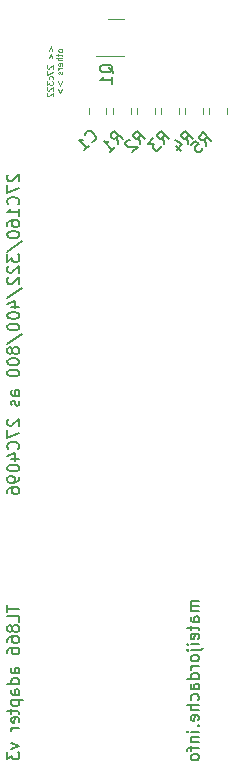
<source format=gbr>
%TF.GenerationSoftware,KiCad,Pcbnew,(6.0.7-1)-1*%
%TF.CreationDate,2022-09-30T17:05:21-04:00*%
%TF.ProjectId,tl866_27c322_adapter,746c3836-365f-4323-9763-3332325f6164,rev?*%
%TF.SameCoordinates,Original*%
%TF.FileFunction,Legend,Bot*%
%TF.FilePolarity,Positive*%
%FSLAX46Y46*%
G04 Gerber Fmt 4.6, Leading zero omitted, Abs format (unit mm)*
G04 Created by KiCad (PCBNEW (6.0.7-1)-1) date 2022-09-30 17:05:21*
%MOMM*%
%LPD*%
G01*
G04 APERTURE LIST*
%ADD10C,0.200000*%
%ADD11C,0.100000*%
%ADD12C,0.150000*%
%ADD13C,0.120000*%
G04 APERTURE END LIST*
D10*
X146222980Y-102272895D02*
X145556314Y-102272895D01*
X145651552Y-102272895D02*
X145603933Y-102320514D01*
X145556314Y-102415752D01*
X145556314Y-102558609D01*
X145603933Y-102653847D01*
X145699171Y-102701466D01*
X146222980Y-102701466D01*
X145699171Y-102701466D02*
X145603933Y-102749085D01*
X145556314Y-102844323D01*
X145556314Y-102987180D01*
X145603933Y-103082419D01*
X145699171Y-103130038D01*
X146222980Y-103130038D01*
X146222980Y-104034800D02*
X145699171Y-104034800D01*
X145603933Y-103987180D01*
X145556314Y-103891942D01*
X145556314Y-103701466D01*
X145603933Y-103606228D01*
X146175361Y-104034800D02*
X146222980Y-103939561D01*
X146222980Y-103701466D01*
X146175361Y-103606228D01*
X146080123Y-103558609D01*
X145984885Y-103558609D01*
X145889647Y-103606228D01*
X145842028Y-103701466D01*
X145842028Y-103939561D01*
X145794409Y-104034800D01*
X145556314Y-104368133D02*
X145556314Y-104749085D01*
X145222980Y-104510990D02*
X146080123Y-104510990D01*
X146175361Y-104558609D01*
X146222980Y-104653847D01*
X146222980Y-104749085D01*
X146175361Y-105463371D02*
X146222980Y-105368133D01*
X146222980Y-105177657D01*
X146175361Y-105082419D01*
X146080123Y-105034800D01*
X145699171Y-105034800D01*
X145603933Y-105082419D01*
X145556314Y-105177657D01*
X145556314Y-105368133D01*
X145603933Y-105463371D01*
X145699171Y-105510990D01*
X145794409Y-105510990D01*
X145889647Y-105034800D01*
X146222980Y-105939561D02*
X145556314Y-105939561D01*
X145222980Y-105939561D02*
X145270600Y-105891942D01*
X145318219Y-105939561D01*
X145270600Y-105987180D01*
X145222980Y-105939561D01*
X145318219Y-105939561D01*
X145556314Y-106415752D02*
X146413457Y-106415752D01*
X146508695Y-106368133D01*
X146556314Y-106272895D01*
X146556314Y-106225276D01*
X145222980Y-106415752D02*
X145270600Y-106368133D01*
X145318219Y-106415752D01*
X145270600Y-106463371D01*
X145222980Y-106415752D01*
X145318219Y-106415752D01*
X146222980Y-107034800D02*
X146175361Y-106939561D01*
X146127742Y-106891942D01*
X146032504Y-106844323D01*
X145746790Y-106844323D01*
X145651552Y-106891942D01*
X145603933Y-106939561D01*
X145556314Y-107034800D01*
X145556314Y-107177657D01*
X145603933Y-107272895D01*
X145651552Y-107320514D01*
X145746790Y-107368133D01*
X146032504Y-107368133D01*
X146127742Y-107320514D01*
X146175361Y-107272895D01*
X146222980Y-107177657D01*
X146222980Y-107034800D01*
X146222980Y-107796704D02*
X145556314Y-107796704D01*
X145746790Y-107796704D02*
X145651552Y-107844323D01*
X145603933Y-107891942D01*
X145556314Y-107987180D01*
X145556314Y-108082419D01*
X146222980Y-108844323D02*
X145222980Y-108844323D01*
X146175361Y-108844323D02*
X146222980Y-108749085D01*
X146222980Y-108558609D01*
X146175361Y-108463371D01*
X146127742Y-108415752D01*
X146032504Y-108368133D01*
X145746790Y-108368133D01*
X145651552Y-108415752D01*
X145603933Y-108463371D01*
X145556314Y-108558609D01*
X145556314Y-108749085D01*
X145603933Y-108844323D01*
X146222980Y-109749085D02*
X145699171Y-109749085D01*
X145603933Y-109701466D01*
X145556314Y-109606228D01*
X145556314Y-109415752D01*
X145603933Y-109320514D01*
X146175361Y-109749085D02*
X146222980Y-109653847D01*
X146222980Y-109415752D01*
X146175361Y-109320514D01*
X146080123Y-109272895D01*
X145984885Y-109272895D01*
X145889647Y-109320514D01*
X145842028Y-109415752D01*
X145842028Y-109653847D01*
X145794409Y-109749085D01*
X146175361Y-110653847D02*
X146222980Y-110558609D01*
X146222980Y-110368133D01*
X146175361Y-110272895D01*
X146127742Y-110225276D01*
X146032504Y-110177657D01*
X145746790Y-110177657D01*
X145651552Y-110225276D01*
X145603933Y-110272895D01*
X145556314Y-110368133D01*
X145556314Y-110558609D01*
X145603933Y-110653847D01*
X146222980Y-111082419D02*
X145222980Y-111082419D01*
X146222980Y-111510990D02*
X145699171Y-111510990D01*
X145603933Y-111463371D01*
X145556314Y-111368133D01*
X145556314Y-111225276D01*
X145603933Y-111130038D01*
X145651552Y-111082419D01*
X146175361Y-112368133D02*
X146222980Y-112272895D01*
X146222980Y-112082419D01*
X146175361Y-111987180D01*
X146080123Y-111939561D01*
X145699171Y-111939561D01*
X145603933Y-111987180D01*
X145556314Y-112082419D01*
X145556314Y-112272895D01*
X145603933Y-112368133D01*
X145699171Y-112415752D01*
X145794409Y-112415752D01*
X145889647Y-111939561D01*
X146127742Y-112844323D02*
X146175361Y-112891942D01*
X146222980Y-112844323D01*
X146175361Y-112796704D01*
X146127742Y-112844323D01*
X146222980Y-112844323D01*
X146222980Y-113320514D02*
X145556314Y-113320514D01*
X145222980Y-113320514D02*
X145270600Y-113272895D01*
X145318219Y-113320514D01*
X145270600Y-113368133D01*
X145222980Y-113320514D01*
X145318219Y-113320514D01*
X145556314Y-113796704D02*
X146222980Y-113796704D01*
X145651552Y-113796704D02*
X145603933Y-113844323D01*
X145556314Y-113939561D01*
X145556314Y-114082419D01*
X145603933Y-114177657D01*
X145699171Y-114225276D01*
X146222980Y-114225276D01*
X145556314Y-114558609D02*
X145556314Y-114939561D01*
X146222980Y-114701466D02*
X145365838Y-114701466D01*
X145270600Y-114749085D01*
X145222980Y-114844323D01*
X145222980Y-114939561D01*
X146222980Y-115415752D02*
X146175361Y-115320514D01*
X146127742Y-115272895D01*
X146032504Y-115225276D01*
X145746790Y-115225276D01*
X145651552Y-115272895D01*
X145603933Y-115320514D01*
X145556314Y-115415752D01*
X145556314Y-115558609D01*
X145603933Y-115653847D01*
X145651552Y-115701466D01*
X145746790Y-115749085D01*
X146032504Y-115749085D01*
X146127742Y-115701466D01*
X146175361Y-115653847D01*
X146222980Y-115558609D01*
X146222980Y-115415752D01*
X130103619Y-66157276D02*
X130056000Y-66204895D01*
X130008380Y-66300133D01*
X130008380Y-66538228D01*
X130056000Y-66633466D01*
X130103619Y-66681085D01*
X130198857Y-66728704D01*
X130294095Y-66728704D01*
X130436952Y-66681085D01*
X131008380Y-66109657D01*
X131008380Y-66728704D01*
X130008380Y-67062038D02*
X130008380Y-67728704D01*
X131008380Y-67300133D01*
X130913142Y-68681085D02*
X130960761Y-68633466D01*
X131008380Y-68490609D01*
X131008380Y-68395371D01*
X130960761Y-68252514D01*
X130865523Y-68157276D01*
X130770285Y-68109657D01*
X130579809Y-68062038D01*
X130436952Y-68062038D01*
X130246476Y-68109657D01*
X130151238Y-68157276D01*
X130056000Y-68252514D01*
X130008380Y-68395371D01*
X130008380Y-68490609D01*
X130056000Y-68633466D01*
X130103619Y-68681085D01*
X131008380Y-69633466D02*
X131008380Y-69062038D01*
X131008380Y-69347752D02*
X130008380Y-69347752D01*
X130151238Y-69252514D01*
X130246476Y-69157276D01*
X130294095Y-69062038D01*
X130008380Y-70490609D02*
X130008380Y-70300133D01*
X130056000Y-70204895D01*
X130103619Y-70157276D01*
X130246476Y-70062038D01*
X130436952Y-70014419D01*
X130817904Y-70014419D01*
X130913142Y-70062038D01*
X130960761Y-70109657D01*
X131008380Y-70204895D01*
X131008380Y-70395371D01*
X130960761Y-70490609D01*
X130913142Y-70538228D01*
X130817904Y-70585847D01*
X130579809Y-70585847D01*
X130484571Y-70538228D01*
X130436952Y-70490609D01*
X130389333Y-70395371D01*
X130389333Y-70204895D01*
X130436952Y-70109657D01*
X130484571Y-70062038D01*
X130579809Y-70014419D01*
X130008380Y-71204895D02*
X130008380Y-71300133D01*
X130056000Y-71395371D01*
X130103619Y-71442990D01*
X130198857Y-71490609D01*
X130389333Y-71538228D01*
X130627428Y-71538228D01*
X130817904Y-71490609D01*
X130913142Y-71442990D01*
X130960761Y-71395371D01*
X131008380Y-71300133D01*
X131008380Y-71204895D01*
X130960761Y-71109657D01*
X130913142Y-71062038D01*
X130817904Y-71014419D01*
X130627428Y-70966800D01*
X130389333Y-70966800D01*
X130198857Y-71014419D01*
X130103619Y-71062038D01*
X130056000Y-71109657D01*
X130008380Y-71204895D01*
X129960761Y-72681085D02*
X131246476Y-71823942D01*
X130008380Y-72919180D02*
X130008380Y-73538228D01*
X130389333Y-73204895D01*
X130389333Y-73347752D01*
X130436952Y-73442990D01*
X130484571Y-73490609D01*
X130579809Y-73538228D01*
X130817904Y-73538228D01*
X130913142Y-73490609D01*
X130960761Y-73442990D01*
X131008380Y-73347752D01*
X131008380Y-73062038D01*
X130960761Y-72966800D01*
X130913142Y-72919180D01*
X130103619Y-73919180D02*
X130056000Y-73966800D01*
X130008380Y-74062038D01*
X130008380Y-74300133D01*
X130056000Y-74395371D01*
X130103619Y-74442990D01*
X130198857Y-74490609D01*
X130294095Y-74490609D01*
X130436952Y-74442990D01*
X131008380Y-73871561D01*
X131008380Y-74490609D01*
X130103619Y-74871561D02*
X130056000Y-74919180D01*
X130008380Y-75014419D01*
X130008380Y-75252514D01*
X130056000Y-75347752D01*
X130103619Y-75395371D01*
X130198857Y-75442990D01*
X130294095Y-75442990D01*
X130436952Y-75395371D01*
X131008380Y-74823942D01*
X131008380Y-75442990D01*
X129960761Y-76585847D02*
X131246476Y-75728704D01*
X130341714Y-77347752D02*
X131008380Y-77347752D01*
X129960761Y-77109657D02*
X130675047Y-76871561D01*
X130675047Y-77490609D01*
X130008380Y-78062038D02*
X130008380Y-78157276D01*
X130056000Y-78252514D01*
X130103619Y-78300133D01*
X130198857Y-78347752D01*
X130389333Y-78395371D01*
X130627428Y-78395371D01*
X130817904Y-78347752D01*
X130913142Y-78300133D01*
X130960761Y-78252514D01*
X131008380Y-78157276D01*
X131008380Y-78062038D01*
X130960761Y-77966800D01*
X130913142Y-77919180D01*
X130817904Y-77871561D01*
X130627428Y-77823942D01*
X130389333Y-77823942D01*
X130198857Y-77871561D01*
X130103619Y-77919180D01*
X130056000Y-77966800D01*
X130008380Y-78062038D01*
X130008380Y-79014419D02*
X130008380Y-79109657D01*
X130056000Y-79204895D01*
X130103619Y-79252514D01*
X130198857Y-79300133D01*
X130389333Y-79347752D01*
X130627428Y-79347752D01*
X130817904Y-79300133D01*
X130913142Y-79252514D01*
X130960761Y-79204895D01*
X131008380Y-79109657D01*
X131008380Y-79014419D01*
X130960761Y-78919180D01*
X130913142Y-78871561D01*
X130817904Y-78823942D01*
X130627428Y-78776323D01*
X130389333Y-78776323D01*
X130198857Y-78823942D01*
X130103619Y-78871561D01*
X130056000Y-78919180D01*
X130008380Y-79014419D01*
X129960761Y-80490609D02*
X131246476Y-79633466D01*
X130436952Y-80966800D02*
X130389333Y-80871561D01*
X130341714Y-80823942D01*
X130246476Y-80776323D01*
X130198857Y-80776323D01*
X130103619Y-80823942D01*
X130056000Y-80871561D01*
X130008380Y-80966800D01*
X130008380Y-81157276D01*
X130056000Y-81252514D01*
X130103619Y-81300133D01*
X130198857Y-81347752D01*
X130246476Y-81347752D01*
X130341714Y-81300133D01*
X130389333Y-81252514D01*
X130436952Y-81157276D01*
X130436952Y-80966800D01*
X130484571Y-80871561D01*
X130532190Y-80823942D01*
X130627428Y-80776323D01*
X130817904Y-80776323D01*
X130913142Y-80823942D01*
X130960761Y-80871561D01*
X131008380Y-80966800D01*
X131008380Y-81157276D01*
X130960761Y-81252514D01*
X130913142Y-81300133D01*
X130817904Y-81347752D01*
X130627428Y-81347752D01*
X130532190Y-81300133D01*
X130484571Y-81252514D01*
X130436952Y-81157276D01*
X130008380Y-81966800D02*
X130008380Y-82062038D01*
X130056000Y-82157276D01*
X130103619Y-82204895D01*
X130198857Y-82252514D01*
X130389333Y-82300133D01*
X130627428Y-82300133D01*
X130817904Y-82252514D01*
X130913142Y-82204895D01*
X130960761Y-82157276D01*
X131008380Y-82062038D01*
X131008380Y-81966800D01*
X130960761Y-81871561D01*
X130913142Y-81823942D01*
X130817904Y-81776323D01*
X130627428Y-81728704D01*
X130389333Y-81728704D01*
X130198857Y-81776323D01*
X130103619Y-81823942D01*
X130056000Y-81871561D01*
X130008380Y-81966800D01*
X130008380Y-82919180D02*
X130008380Y-83014419D01*
X130056000Y-83109657D01*
X130103619Y-83157276D01*
X130198857Y-83204895D01*
X130389333Y-83252514D01*
X130627428Y-83252514D01*
X130817904Y-83204895D01*
X130913142Y-83157276D01*
X130960761Y-83109657D01*
X131008380Y-83014419D01*
X131008380Y-82919180D01*
X130960761Y-82823942D01*
X130913142Y-82776323D01*
X130817904Y-82728704D01*
X130627428Y-82681085D01*
X130389333Y-82681085D01*
X130198857Y-82728704D01*
X130103619Y-82776323D01*
X130056000Y-82823942D01*
X130008380Y-82919180D01*
X131008380Y-84871561D02*
X130484571Y-84871561D01*
X130389333Y-84823942D01*
X130341714Y-84728704D01*
X130341714Y-84538228D01*
X130389333Y-84442990D01*
X130960761Y-84871561D02*
X131008380Y-84776323D01*
X131008380Y-84538228D01*
X130960761Y-84442990D01*
X130865523Y-84395371D01*
X130770285Y-84395371D01*
X130675047Y-84442990D01*
X130627428Y-84538228D01*
X130627428Y-84776323D01*
X130579809Y-84871561D01*
X130960761Y-85300133D02*
X131008380Y-85395371D01*
X131008380Y-85585847D01*
X130960761Y-85681085D01*
X130865523Y-85728704D01*
X130817904Y-85728704D01*
X130722666Y-85681085D01*
X130675047Y-85585847D01*
X130675047Y-85442990D01*
X130627428Y-85347752D01*
X130532190Y-85300133D01*
X130484571Y-85300133D01*
X130389333Y-85347752D01*
X130341714Y-85442990D01*
X130341714Y-85585847D01*
X130389333Y-85681085D01*
X130103619Y-86871561D02*
X130056000Y-86919180D01*
X130008380Y-87014419D01*
X130008380Y-87252514D01*
X130056000Y-87347752D01*
X130103619Y-87395371D01*
X130198857Y-87442990D01*
X130294095Y-87442990D01*
X130436952Y-87395371D01*
X131008380Y-86823942D01*
X131008380Y-87442990D01*
X130008380Y-87776323D02*
X130008380Y-88442990D01*
X131008380Y-88014419D01*
X130913142Y-89395371D02*
X130960761Y-89347752D01*
X131008380Y-89204895D01*
X131008380Y-89109657D01*
X130960761Y-88966800D01*
X130865523Y-88871561D01*
X130770285Y-88823942D01*
X130579809Y-88776323D01*
X130436952Y-88776323D01*
X130246476Y-88823942D01*
X130151238Y-88871561D01*
X130056000Y-88966800D01*
X130008380Y-89109657D01*
X130008380Y-89204895D01*
X130056000Y-89347752D01*
X130103619Y-89395371D01*
X130341714Y-90252514D02*
X131008380Y-90252514D01*
X129960761Y-90014419D02*
X130675047Y-89776323D01*
X130675047Y-90395371D01*
X130008380Y-90966800D02*
X130008380Y-91062038D01*
X130056000Y-91157276D01*
X130103619Y-91204895D01*
X130198857Y-91252514D01*
X130389333Y-91300133D01*
X130627428Y-91300133D01*
X130817904Y-91252514D01*
X130913142Y-91204895D01*
X130960761Y-91157276D01*
X131008380Y-91062038D01*
X131008380Y-90966800D01*
X130960761Y-90871561D01*
X130913142Y-90823942D01*
X130817904Y-90776323D01*
X130627428Y-90728704D01*
X130389333Y-90728704D01*
X130198857Y-90776323D01*
X130103619Y-90823942D01*
X130056000Y-90871561D01*
X130008380Y-90966800D01*
X131008380Y-91776323D02*
X131008380Y-91966800D01*
X130960761Y-92062038D01*
X130913142Y-92109657D01*
X130770285Y-92204895D01*
X130579809Y-92252514D01*
X130198857Y-92252514D01*
X130103619Y-92204895D01*
X130056000Y-92157276D01*
X130008380Y-92062038D01*
X130008380Y-91871561D01*
X130056000Y-91776323D01*
X130103619Y-91728704D01*
X130198857Y-91681085D01*
X130436952Y-91681085D01*
X130532190Y-91728704D01*
X130579809Y-91776323D01*
X130627428Y-91871561D01*
X130627428Y-92062038D01*
X130579809Y-92157276D01*
X130532190Y-92204895D01*
X130436952Y-92252514D01*
X130008380Y-93109657D02*
X130008380Y-92919180D01*
X130056000Y-92823942D01*
X130103619Y-92776323D01*
X130246476Y-92681085D01*
X130436952Y-92633466D01*
X130817904Y-92633466D01*
X130913142Y-92681085D01*
X130960761Y-92728704D01*
X131008380Y-92823942D01*
X131008380Y-93014419D01*
X130960761Y-93109657D01*
X130913142Y-93157276D01*
X130817904Y-93204895D01*
X130579809Y-93204895D01*
X130484571Y-93157276D01*
X130436952Y-93109657D01*
X130389333Y-93014419D01*
X130389333Y-92823942D01*
X130436952Y-92728704D01*
X130484571Y-92681085D01*
X130579809Y-92633466D01*
X130008380Y-102633466D02*
X130008380Y-103204895D01*
X131008380Y-102919180D02*
X130008380Y-102919180D01*
X131008380Y-104014419D02*
X131008380Y-103538228D01*
X130008380Y-103538228D01*
X130436952Y-104490609D02*
X130389333Y-104395371D01*
X130341714Y-104347752D01*
X130246476Y-104300133D01*
X130198857Y-104300133D01*
X130103619Y-104347752D01*
X130056000Y-104395371D01*
X130008380Y-104490609D01*
X130008380Y-104681085D01*
X130056000Y-104776323D01*
X130103619Y-104823942D01*
X130198857Y-104871561D01*
X130246476Y-104871561D01*
X130341714Y-104823942D01*
X130389333Y-104776323D01*
X130436952Y-104681085D01*
X130436952Y-104490609D01*
X130484571Y-104395371D01*
X130532190Y-104347752D01*
X130627428Y-104300133D01*
X130817904Y-104300133D01*
X130913142Y-104347752D01*
X130960761Y-104395371D01*
X131008380Y-104490609D01*
X131008380Y-104681085D01*
X130960761Y-104776323D01*
X130913142Y-104823942D01*
X130817904Y-104871561D01*
X130627428Y-104871561D01*
X130532190Y-104823942D01*
X130484571Y-104776323D01*
X130436952Y-104681085D01*
X130008380Y-105728704D02*
X130008380Y-105538228D01*
X130056000Y-105442990D01*
X130103619Y-105395371D01*
X130246476Y-105300133D01*
X130436952Y-105252514D01*
X130817904Y-105252514D01*
X130913142Y-105300133D01*
X130960761Y-105347752D01*
X131008380Y-105442990D01*
X131008380Y-105633466D01*
X130960761Y-105728704D01*
X130913142Y-105776323D01*
X130817904Y-105823942D01*
X130579809Y-105823942D01*
X130484571Y-105776323D01*
X130436952Y-105728704D01*
X130389333Y-105633466D01*
X130389333Y-105442990D01*
X130436952Y-105347752D01*
X130484571Y-105300133D01*
X130579809Y-105252514D01*
X130008380Y-106681085D02*
X130008380Y-106490609D01*
X130056000Y-106395371D01*
X130103619Y-106347752D01*
X130246476Y-106252514D01*
X130436952Y-106204895D01*
X130817904Y-106204895D01*
X130913142Y-106252514D01*
X130960761Y-106300133D01*
X131008380Y-106395371D01*
X131008380Y-106585847D01*
X130960761Y-106681085D01*
X130913142Y-106728704D01*
X130817904Y-106776323D01*
X130579809Y-106776323D01*
X130484571Y-106728704D01*
X130436952Y-106681085D01*
X130389333Y-106585847D01*
X130389333Y-106395371D01*
X130436952Y-106300133D01*
X130484571Y-106252514D01*
X130579809Y-106204895D01*
X131008380Y-108395371D02*
X130484571Y-108395371D01*
X130389333Y-108347752D01*
X130341714Y-108252514D01*
X130341714Y-108062038D01*
X130389333Y-107966800D01*
X130960761Y-108395371D02*
X131008380Y-108300133D01*
X131008380Y-108062038D01*
X130960761Y-107966800D01*
X130865523Y-107919180D01*
X130770285Y-107919180D01*
X130675047Y-107966800D01*
X130627428Y-108062038D01*
X130627428Y-108300133D01*
X130579809Y-108395371D01*
X131008380Y-109300133D02*
X130008380Y-109300133D01*
X130960761Y-109300133D02*
X131008380Y-109204895D01*
X131008380Y-109014419D01*
X130960761Y-108919180D01*
X130913142Y-108871561D01*
X130817904Y-108823942D01*
X130532190Y-108823942D01*
X130436952Y-108871561D01*
X130389333Y-108919180D01*
X130341714Y-109014419D01*
X130341714Y-109204895D01*
X130389333Y-109300133D01*
X131008380Y-110204895D02*
X130484571Y-110204895D01*
X130389333Y-110157276D01*
X130341714Y-110062038D01*
X130341714Y-109871561D01*
X130389333Y-109776323D01*
X130960761Y-110204895D02*
X131008380Y-110109657D01*
X131008380Y-109871561D01*
X130960761Y-109776323D01*
X130865523Y-109728704D01*
X130770285Y-109728704D01*
X130675047Y-109776323D01*
X130627428Y-109871561D01*
X130627428Y-110109657D01*
X130579809Y-110204895D01*
X130341714Y-110681085D02*
X131341714Y-110681085D01*
X130389333Y-110681085D02*
X130341714Y-110776323D01*
X130341714Y-110966800D01*
X130389333Y-111062038D01*
X130436952Y-111109657D01*
X130532190Y-111157276D01*
X130817904Y-111157276D01*
X130913142Y-111109657D01*
X130960761Y-111062038D01*
X131008380Y-110966800D01*
X131008380Y-110776323D01*
X130960761Y-110681085D01*
X130341714Y-111442990D02*
X130341714Y-111823942D01*
X130008380Y-111585847D02*
X130865523Y-111585847D01*
X130960761Y-111633466D01*
X131008380Y-111728704D01*
X131008380Y-111823942D01*
X130960761Y-112538228D02*
X131008380Y-112442990D01*
X131008380Y-112252514D01*
X130960761Y-112157276D01*
X130865523Y-112109657D01*
X130484571Y-112109657D01*
X130389333Y-112157276D01*
X130341714Y-112252514D01*
X130341714Y-112442990D01*
X130389333Y-112538228D01*
X130484571Y-112585847D01*
X130579809Y-112585847D01*
X130675047Y-112109657D01*
X131008380Y-113014419D02*
X130341714Y-113014419D01*
X130532190Y-113014419D02*
X130436952Y-113062038D01*
X130389333Y-113109657D01*
X130341714Y-113204895D01*
X130341714Y-113300133D01*
X130341714Y-114300133D02*
X131008380Y-114538228D01*
X130341714Y-114776323D01*
X130008380Y-115062038D02*
X130008380Y-115681085D01*
X130389333Y-115347752D01*
X130389333Y-115490609D01*
X130436952Y-115585847D01*
X130484571Y-115633466D01*
X130579809Y-115681085D01*
X130817904Y-115681085D01*
X130913142Y-115633466D01*
X130960761Y-115585847D01*
X131008380Y-115490609D01*
X131008380Y-115204895D01*
X130960761Y-115109657D01*
X130913142Y-115062038D01*
D11*
X133526157Y-55689714D02*
X133669014Y-55308761D01*
X133811871Y-55689714D01*
X133526157Y-56308761D02*
X133669014Y-55927809D01*
X133811871Y-56308761D01*
X133407109Y-56904000D02*
X133383300Y-56927809D01*
X133359490Y-56975428D01*
X133359490Y-57094476D01*
X133383300Y-57142095D01*
X133407109Y-57165904D01*
X133454728Y-57189714D01*
X133502347Y-57189714D01*
X133573776Y-57165904D01*
X133859490Y-56880190D01*
X133859490Y-57189714D01*
X133359490Y-57356380D02*
X133359490Y-57689714D01*
X133859490Y-57475428D01*
X133835680Y-58094476D02*
X133859490Y-58046857D01*
X133859490Y-57951619D01*
X133835680Y-57904000D01*
X133811871Y-57880190D01*
X133764252Y-57856380D01*
X133621395Y-57856380D01*
X133573776Y-57880190D01*
X133549966Y-57904000D01*
X133526157Y-57951619D01*
X133526157Y-58046857D01*
X133549966Y-58094476D01*
X133359490Y-58261142D02*
X133359490Y-58570666D01*
X133549966Y-58404000D01*
X133549966Y-58475428D01*
X133573776Y-58523047D01*
X133597585Y-58546857D01*
X133645204Y-58570666D01*
X133764252Y-58570666D01*
X133811871Y-58546857D01*
X133835680Y-58523047D01*
X133859490Y-58475428D01*
X133859490Y-58332571D01*
X133835680Y-58284952D01*
X133811871Y-58261142D01*
X133407109Y-58761142D02*
X133383300Y-58784952D01*
X133359490Y-58832571D01*
X133359490Y-58951619D01*
X133383300Y-58999238D01*
X133407109Y-59023047D01*
X133454728Y-59046857D01*
X133502347Y-59046857D01*
X133573776Y-59023047D01*
X133859490Y-58737333D01*
X133859490Y-59046857D01*
X133407109Y-59237333D02*
X133383300Y-59261142D01*
X133359490Y-59308761D01*
X133359490Y-59427809D01*
X133383300Y-59475428D01*
X133407109Y-59499238D01*
X133454728Y-59523047D01*
X133502347Y-59523047D01*
X133573776Y-59499238D01*
X133859490Y-59213523D01*
X133859490Y-59523047D01*
X134664490Y-55618285D02*
X134640680Y-55570666D01*
X134616871Y-55546857D01*
X134569252Y-55523047D01*
X134426395Y-55523047D01*
X134378776Y-55546857D01*
X134354966Y-55570666D01*
X134331157Y-55618285D01*
X134331157Y-55689714D01*
X134354966Y-55737333D01*
X134378776Y-55761142D01*
X134426395Y-55784952D01*
X134569252Y-55784952D01*
X134616871Y-55761142D01*
X134640680Y-55737333D01*
X134664490Y-55689714D01*
X134664490Y-55618285D01*
X134331157Y-55927809D02*
X134331157Y-56118285D01*
X134164490Y-55999238D02*
X134593061Y-55999238D01*
X134640680Y-56023047D01*
X134664490Y-56070666D01*
X134664490Y-56118285D01*
X134664490Y-56284952D02*
X134164490Y-56284952D01*
X134664490Y-56499238D02*
X134402585Y-56499238D01*
X134354966Y-56475428D01*
X134331157Y-56427809D01*
X134331157Y-56356380D01*
X134354966Y-56308761D01*
X134378776Y-56284952D01*
X134640680Y-56927809D02*
X134664490Y-56880190D01*
X134664490Y-56784952D01*
X134640680Y-56737333D01*
X134593061Y-56713523D01*
X134402585Y-56713523D01*
X134354966Y-56737333D01*
X134331157Y-56784952D01*
X134331157Y-56880190D01*
X134354966Y-56927809D01*
X134402585Y-56951619D01*
X134450204Y-56951619D01*
X134497823Y-56713523D01*
X134664490Y-57165904D02*
X134331157Y-57165904D01*
X134426395Y-57165904D02*
X134378776Y-57189714D01*
X134354966Y-57213523D01*
X134331157Y-57261142D01*
X134331157Y-57308761D01*
X134640680Y-57451619D02*
X134664490Y-57499238D01*
X134664490Y-57594476D01*
X134640680Y-57642095D01*
X134593061Y-57665904D01*
X134569252Y-57665904D01*
X134521633Y-57642095D01*
X134497823Y-57594476D01*
X134497823Y-57523047D01*
X134474014Y-57475428D01*
X134426395Y-57451619D01*
X134402585Y-57451619D01*
X134354966Y-57475428D01*
X134331157Y-57523047D01*
X134331157Y-57594476D01*
X134354966Y-57642095D01*
X134331157Y-58261142D02*
X134474014Y-58642095D01*
X134616871Y-58261142D01*
X134331157Y-58880190D02*
X134474014Y-59261142D01*
X134616871Y-58880190D01*
D12*
%TO.C,R4*%
X145344732Y-63575030D02*
X145243717Y-63002610D01*
X145748793Y-63170969D02*
X145041687Y-62463862D01*
X144772312Y-62733236D01*
X144738641Y-62834251D01*
X144738641Y-62901595D01*
X144772312Y-63002610D01*
X144873328Y-63103625D01*
X144974343Y-63137297D01*
X145041687Y-63137297D01*
X145142702Y-63103625D01*
X145412076Y-62834251D01*
X144267236Y-63709717D02*
X144738641Y-64181122D01*
X144166221Y-63271984D02*
X144839656Y-63608702D01*
X144401923Y-64046435D01*
%TO.C,R5*%
X146868732Y-63702030D02*
X146767717Y-63129610D01*
X147272793Y-63297969D02*
X146565687Y-62590862D01*
X146296312Y-62860236D01*
X146262641Y-62961251D01*
X146262641Y-63028595D01*
X146296312Y-63129610D01*
X146397328Y-63230625D01*
X146498343Y-63264297D01*
X146565687Y-63264297D01*
X146666702Y-63230625D01*
X146936076Y-62961251D01*
X145521862Y-63634687D02*
X145858580Y-63297969D01*
X146228969Y-63601015D01*
X146161625Y-63601015D01*
X146060610Y-63634687D01*
X145892251Y-63803045D01*
X145858580Y-63904061D01*
X145858580Y-63971404D01*
X145892251Y-64072419D01*
X146060610Y-64240778D01*
X146161625Y-64274450D01*
X146228969Y-64274450D01*
X146329984Y-64240778D01*
X146498343Y-64072419D01*
X146532015Y-63971404D01*
X146532015Y-63904061D01*
%TO.C,R1*%
X139375732Y-63575030D02*
X139274717Y-63002610D01*
X139779793Y-63170969D02*
X139072687Y-62463862D01*
X138803312Y-62733236D01*
X138769641Y-62834251D01*
X138769641Y-62901595D01*
X138803312Y-63002610D01*
X138904328Y-63103625D01*
X139005343Y-63137297D01*
X139072687Y-63137297D01*
X139173702Y-63103625D01*
X139443076Y-62834251D01*
X138702297Y-64248465D02*
X139106358Y-63844404D01*
X138904328Y-64046435D02*
X138197221Y-63339328D01*
X138365580Y-63373000D01*
X138500267Y-63373000D01*
X138601282Y-63339328D01*
%TO.C,R2*%
X141280732Y-63575030D02*
X141179717Y-63002610D01*
X141684793Y-63170969D02*
X140977687Y-62463862D01*
X140708312Y-62733236D01*
X140674641Y-62834251D01*
X140674641Y-62901595D01*
X140708312Y-63002610D01*
X140809328Y-63103625D01*
X140910343Y-63137297D01*
X140977687Y-63137297D01*
X141078702Y-63103625D01*
X141348076Y-62834251D01*
X140371595Y-63204641D02*
X140304251Y-63204641D01*
X140203236Y-63238312D01*
X140034877Y-63406671D01*
X140001206Y-63507687D01*
X140001206Y-63575030D01*
X140034877Y-63676045D01*
X140102221Y-63743389D01*
X140236908Y-63810732D01*
X141045030Y-63810732D01*
X140607297Y-64248465D01*
%TO.C,R3*%
X143312732Y-63575030D02*
X143211717Y-63002610D01*
X143716793Y-63170969D02*
X143009687Y-62463862D01*
X142740312Y-62733236D01*
X142706641Y-62834251D01*
X142706641Y-62901595D01*
X142740312Y-63002610D01*
X142841328Y-63103625D01*
X142942343Y-63137297D01*
X143009687Y-63137297D01*
X143110702Y-63103625D01*
X143380076Y-62834251D01*
X142369923Y-63103625D02*
X141932190Y-63541358D01*
X142437267Y-63575030D01*
X142336251Y-63676045D01*
X142302580Y-63777061D01*
X142302580Y-63844404D01*
X142336251Y-63945419D01*
X142504610Y-64113778D01*
X142605625Y-64147450D01*
X142672969Y-64147450D01*
X142773984Y-64113778D01*
X142976015Y-63911748D01*
X143009687Y-63810732D01*
X143009687Y-63743389D01*
%TO.C,Q1*%
X138977619Y-57562761D02*
X138930000Y-57467523D01*
X138834761Y-57372285D01*
X138691904Y-57229428D01*
X138644285Y-57134190D01*
X138644285Y-57038952D01*
X138882380Y-57086571D02*
X138834761Y-56991333D01*
X138739523Y-56896095D01*
X138549047Y-56848476D01*
X138215714Y-56848476D01*
X138025238Y-56896095D01*
X137930000Y-56991333D01*
X137882380Y-57086571D01*
X137882380Y-57277047D01*
X137930000Y-57372285D01*
X138025238Y-57467523D01*
X138215714Y-57515142D01*
X138549047Y-57515142D01*
X138739523Y-57467523D01*
X138834761Y-57372285D01*
X138882380Y-57277047D01*
X138882380Y-57086571D01*
X138882380Y-58467523D02*
X138882380Y-57896095D01*
X138882380Y-58181809D02*
X137882380Y-58181809D01*
X138025238Y-58086571D01*
X138120476Y-57991333D01*
X138168095Y-57896095D01*
%TO.C,C1*%
X137149389Y-63380687D02*
X137216732Y-63380687D01*
X137351419Y-63313343D01*
X137418763Y-63246000D01*
X137486106Y-63111312D01*
X137486106Y-62976625D01*
X137452435Y-62875610D01*
X137351419Y-62707251D01*
X137250404Y-62606236D01*
X137082045Y-62505221D01*
X136981030Y-62471549D01*
X136846343Y-62471549D01*
X136711656Y-62538893D01*
X136644312Y-62606236D01*
X136576969Y-62740923D01*
X136576969Y-62808267D01*
X136543297Y-64121465D02*
X136947358Y-63717404D01*
X136745328Y-63919435D02*
X136038221Y-63212328D01*
X136206580Y-63246000D01*
X136341267Y-63246000D01*
X136442282Y-63212328D01*
D13*
%TO.C,R4*%
X146556400Y-61009264D02*
X146556400Y-60555136D01*
X145086400Y-61009264D02*
X145086400Y-60555136D01*
%TO.C,R5*%
X147118400Y-61009264D02*
X147118400Y-60555136D01*
X148588400Y-61009264D02*
X148588400Y-60555136D01*
%TO.C,R1*%
X140460400Y-60555136D02*
X140460400Y-61009264D01*
X138990400Y-60555136D02*
X138990400Y-61009264D01*
%TO.C,R2*%
X141022400Y-61009264D02*
X141022400Y-60555136D01*
X142492400Y-61009264D02*
X142492400Y-60555136D01*
%TO.C,R3*%
X143054400Y-61009264D02*
X143054400Y-60555136D01*
X144524400Y-61009264D02*
X144524400Y-60555136D01*
%TO.C,Q1*%
X139217400Y-53024600D02*
X138567400Y-53024600D01*
X139217400Y-56144600D02*
X139867400Y-56144600D01*
X139217400Y-56144600D02*
X137542400Y-56144600D01*
X139217400Y-53024600D02*
X139867400Y-53024600D01*
%TO.C,C1*%
X138403000Y-60555136D02*
X138403000Y-61009264D01*
X136933000Y-60555136D02*
X136933000Y-61009264D01*
%TD*%
M02*

</source>
